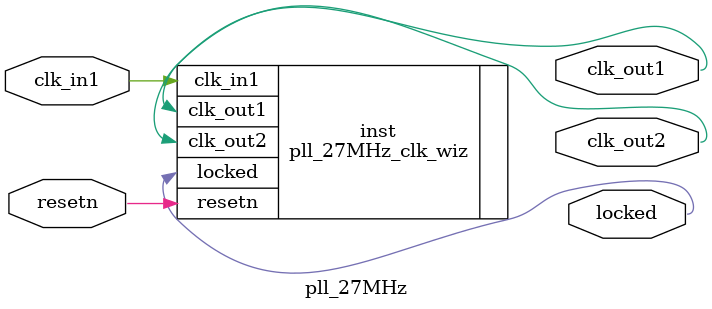
<source format=v>


`timescale 1ps/1ps

(* CORE_GENERATION_INFO = "pll_27MHz,clk_wiz_v6_0_4_0_0,{component_name=pll_27MHz,use_phase_alignment=true,use_min_o_jitter=false,use_max_i_jitter=false,use_dyn_phase_shift=false,use_inclk_switchover=false,use_dyn_reconfig=false,enable_axi=0,feedback_source=FDBK_AUTO,PRIMITIVE=PLL,num_out_clk=2,clkin1_period=37.037,clkin2_period=10.0,use_power_down=false,use_reset=true,use_locked=true,use_inclk_stopped=false,feedback_type=SINGLE,CLOCK_MGR_TYPE=NA,manual_override=false}" *)

module pll_27MHz 
 (
  // Clock out ports
  output        clk_out1,
  output        clk_out2,
  // Status and control signals
  input         resetn,
  output        locked,
 // Clock in ports
  input         clk_in1
 );

  pll_27MHz_clk_wiz inst
  (
  // Clock out ports  
  .clk_out1(clk_out1),
  .clk_out2(clk_out2),
  // Status and control signals               
  .resetn(resetn), 
  .locked(locked),
 // Clock in ports
  .clk_in1(clk_in1)
  );

endmodule

</source>
